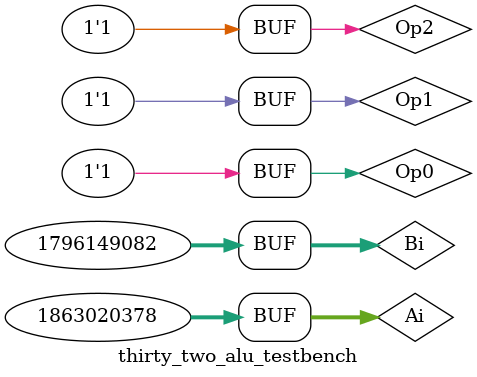
<source format=v>
`define DELAY 20
module thirty_two_alu_testbench(); 
reg [31:0] Ai;
reg [31:0] Bi;
reg Op2,Op1,Op0;
wire [31:0] Ri;
wire Cout,Vout,Z;

thirty_two_alu gate_thirty_alu(Ai,Bi,Ri,Cout,Vout,Z,Op2,Op1,Op0);

initial begin
Ai=32'b01101111000011110000111101011010; Bi=32'b01101111000011110000111101011010; Op2=1'b0; Op1=1'b0; Op0=1'b0;
#`DELAY;
Ai=32'b01101111000011110000111101011010; Bi=32'b01101111000011110000111101011010; Op2=1'b0; Op1=1'b0; Op0=1'b1;
#`DELAY;
Ai=32'b01101111000011110000111101011010; Bi=32'b01101111000011110000111101011010; Op2=1'b0; Op1=1'b1; Op0=1'b0;
#`DELAY;
Ai=32'b01101111000011110000111101011010; Bi=32'b01101111000011110000111101011010; Op2=1'b1; Op1=1'b1; Op0=1'b0;
#`DELAY;
Ai=32'b01101111000011110000111101011010; Bi=32'b01101111000011110000111101011010; Op2=1'b1; Op1=1'b1; Op0=1'b1;

#`DELAY;
Ai=32'b11101111000010110100110101011010; Bi=32'b01101111010011110000101101011010; Op2=1'b0; Op1=1'b0; Op0=1'b0;
#`DELAY;
Ai=32'b11101111000010110100110101011010; Bi=32'b01101111010011110000101101011010; Op2=1'b0; Op1=1'b0; Op0=1'b1;
#`DELAY;
Ai=32'b11101111000010110100110101011010; Bi=32'b01101111010011110000101101011010; Op2=1'b0; Op1=1'b1; Op0=1'b0;
#`DELAY;
Ai=32'b11101111000010110100110101011010; Bi=32'b01101111010011110000101101011010; Op2=1'b1; Op1=1'b1; Op0=1'b0;
#`DELAY;
Ai=32'b11101111000010110100110101011010; Bi=32'b01101111010011110000101101011010; Op2=1'b1; Op1=1'b1; Op0=1'b1;

#`DELAY;
Ai=32'b01101111000010110110111101011010; Bi=32'b01101011000011110000111101011010; Op2=1'b0; Op1=1'b0; Op0=1'b0;
#`DELAY;
Ai=32'b01101111000010110110111101011010; Bi=32'b01101011000011110000111101011010; Op2=1'b0; Op1=1'b0; Op0=1'b1;
#`DELAY;
Ai=32'b01101111000010110110111101011010; Bi=32'b01101011000011110000111101011010; Op2=1'b0; Op1=1'b1; Op0=1'b0;
#`DELAY;
Ai=32'b01101111000010110110111101011010; Bi=32'b01101011000011110000111101011010; Op2=1'b1; Op1=1'b1; Op0=1'b0;
#`DELAY;
Ai=32'b01101111000010110110111101011010; Bi=32'b01101011000011110000111101011010; Op2=1'b1; Op1=1'b1; Op0=1'b1;

end

initial
begin
$monitor("time = %2d, Ai=%32b, Bi=%32b, Ri=%32b, Op2=%1b, Op1=%1b, Op0=%1b, Cout=%1b, Vout=%1b, Z=%1b", $time, Ai, Bi, Ri, Op2, Op1, Op0,Cout,Vout,Z);
end

endmodule 
</source>
